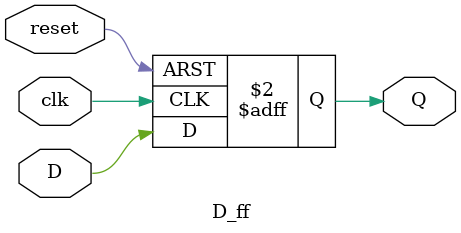
<source format=v>
`timescale 1ns / 1ps

module D_ff(
    input D,clk,reset,
    output reg Q
    );
    
    always @(posedge clk or posedge reset) begin
        
        if (reset)
          Q <= 1'b0 ;
          else
          Q <= D ;  
    end
endmodule

</source>
